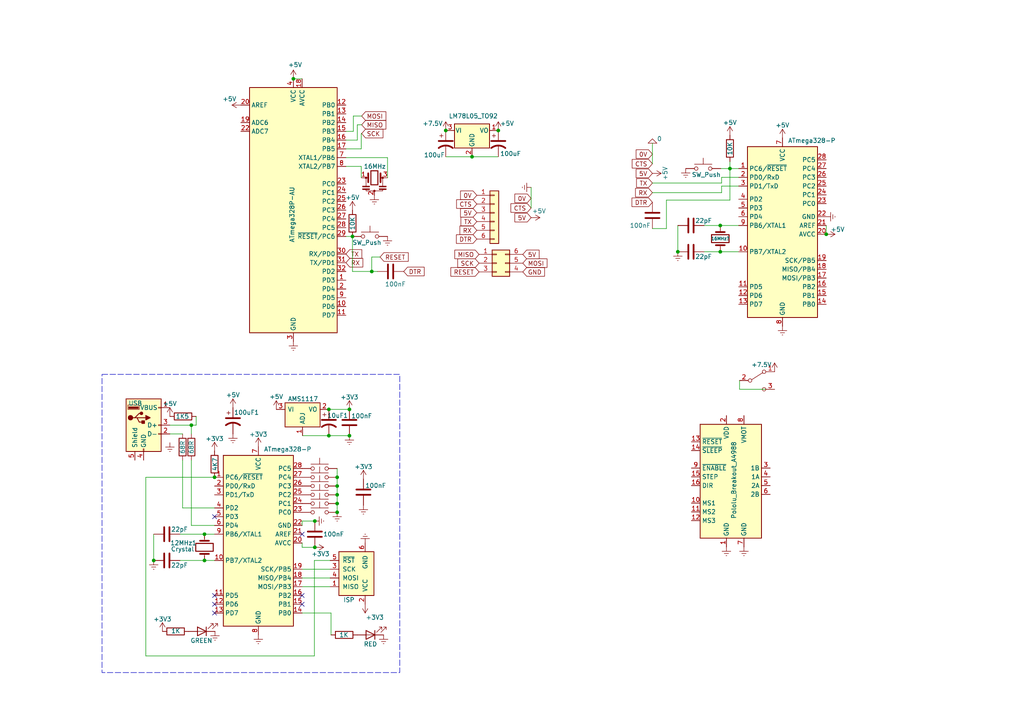
<source format=kicad_sch>
(kicad_sch (version 20231120) (generator "eeschema") (generator_version "8.0")
  (paper "A4")
  (title_block (title "ATMEGA") (date "2023-02-10") (company "Tonikiller10000"))
  (lib_symbols
    (symbol "Connector:AVR-ISP-6" (pin_names (offset 1.016))
      (property "Value" "ISP" (at 12.954 0.635 0))
      (symbol "AVR-ISP-6_0_1"
        (rectangle (start -2.54 7.62) (end 7.62 -5.08) (stroke (width 0.254)) (fill (type background)))
      )
      (symbol "AVR-ISP-6_1_1"
        (pin passive line (at 10.16 5.08 180) (length 2.54) (name "MISO") (number "1"))
        (pin passive line (at 0 10.16 270) (length 2.54) (name "VCC") (number "2"))
        (pin passive line (at 10.16 0 180) (length 2.54) (name "SCK") (number "3"))
        (pin passive line (at 10.16 2.54 180) (length 2.54) (name "MOSI") (number "4"))
        (pin passive line (at 10.16 -2.54 180) (length 2.54) (name "~{RST}") (number "5"))
        (pin passive line (at 0 -7.62 90) (length 2.54) (name "GND") (number "6"))
      )
    )
    (symbol "Connector:USB_A" (pin_names (offset 1.016))
      (property "Reference" "J" (at -5.08 11.43 0))
      (property "Value" "USB_A" (at -5.08 8.89 0))
      (symbol "USB_A_0_1"
        (rectangle (start -5.08 -7.62) (end 5.08 7.62) (stroke (width 0.254)) (fill (type background)))
        (circle (center -3.81 2.159) (radius 0.635) (stroke (width 0.254)) (fill (type outline)))
        (rectangle (start -1.524 4.826) (end -4.318 5.334) (fill (type outline)))
        (rectangle (start -1.27 4.572) (end -4.572 5.842))
        (circle (center -0.635 3.429) (radius 0.381) (stroke (width 0.254)) (fill (type outline)))
        (rectangle (start -0.127 -7.62) (end 0.127 -6.858))
        (polyline (pts (xy -3.175 2.159) (xy -2.54 2.159) (xy -1.27 3.429) (xy -0.635 3.429)) (stroke (width 0.254)))
        (polyline (pts (xy -2.54 2.159) (xy -1.905 2.159) (xy -1.27 0.889) (xy 0 0.889)) (stroke (width 0.254)))
        (polyline (pts (xy 0.635 2.794) (xy 0.635 1.524) (xy 1.905 2.159) (xy 0.635 2.794)) (stroke (width 0.254)) (fill (type outline)))
        (rectangle (start 0.254 1.27) (end -0.508 0.508) (stroke (width 0.254)) (fill (type outline)))
        (rectangle (start 5.08 -2.667) (end 4.318 -2.413))
        (rectangle (start 5.08 -0.127) (end 4.318 0.127))
        (rectangle (start 5.08 4.953) (end 4.318 5.207))
      )
      (symbol "USB_A_1_1"
        (polyline (pts (xy -1.905 2.159) (xy 0.635 2.159)) (stroke (width 0.254)))
        (pin power_in line (at 7.62 5.08 180) (length 2.54) (name "VBUS") (number "1"))
        (pin bidirectional line (at 7.62 -2.54 180) (length 2.54) (name "D-") (number "2"))
        (pin bidirectional line (at 7.62 0 180) (length 2.54) (name "D+") (number "3"))
        (pin power_in line (at 0 -10.16 90) (length 2.54) (name "GND") (number "4"))
        (pin passive line (at -2.54 -10.16 90) (length 2.54) (name "Shield") (number "5"))
      )
    )
    (symbol "Connector_Generic:Conn_02x03_Counter_Clockwise" (pin_names (offset 1.016) hide)
      (property "Reference" "J" (at 1.27 5.08 0))
      (property "Value" "Conn_02x03_Counter_Clockwise" (at 1.27 -5.08 0))
      (symbol "Conn_02x03_Counter_Clockwise_1_1"
        (rectangle (start -1.27 -2.413) (end 0 -2.667) (stroke (width 0.1524)))
        (rectangle (start -1.27 0.127) (end 0 -0.127) (stroke (width 0.1524)))
        (rectangle (start -1.27 2.667) (end 0 2.413) (stroke (width 0.1524)))
        (rectangle (start -1.27 3.81) (end 3.81 -3.81) (stroke (width 0.254)) (fill (type background)))
        (rectangle (start 3.81 -2.413) (end 2.54 -2.667) (stroke (width 0.1524)))
        (rectangle (start 3.81 0.127) (end 2.54 -0.127) (stroke (width 0.1524)))
        (rectangle (start 3.81 2.667) (end 2.54 2.413) (stroke (width 0.1524)))
        (pin passive line (at -5.08 2.54 0) (length 3.81) (name "Pin_1") (number "1"))
        (pin passive line (at -5.08 0 0) (length 3.81) (name "Pin_2") (number "2"))
        (pin passive line (at -5.08 -2.54 0) (length 3.81) (name "Pin_3") (number "3"))
        (pin passive line (at 7.62 -2.54 180) (length 3.81) (name "Pin_4") (number "4"))
        (pin passive line (at 7.62 0 180) (length 3.81) (name "Pin_5") (number "5"))
        (pin passive line (at 7.62 2.54 180) (length 3.81) (name "Pin_6") (number "6"))
      )
    )
    (symbol "Connector_Generic_MountingPin:Conn_01x06_MountingPin" (pin_names (offset 1.016) hide)
      (symbol "Conn_01x06_MountingPin_1_1"
        (rectangle (start -1.27 -7.493) (end 0 -7.747) (stroke (width 0.1524)))
        (rectangle (start -1.27 -4.953) (end 0 -5.207) (stroke (width 0.1524)))
        (rectangle (start -1.27 -2.413) (end 0 -2.667) (stroke (width 0.1524)))
        (rectangle (start -1.27 0.127) (end 0 -0.127) (stroke (width 0.1524)))
        (rectangle (start -1.27 2.667) (end 0 2.413) (stroke (width 0.1524)))
        (rectangle (start -1.27 5.207) (end 0 4.953) (stroke (width 0.1524)))
        (rectangle (start -1.27 6.35) (end 1.27 -8.89) (stroke (width 0.254)) (fill (type background)))
        (pin passive line (at -5.08 5.08 0) (length 3.81) (name "Pin_1") (number "1"))
        (pin passive line (at -5.08 2.54 0) (length 3.81) (name "Pin_2") (number "2"))
        (pin passive line (at -5.08 0 0) (length 3.81) (name "Pin_3") (number "3"))
        (pin passive line (at -5.08 -2.54 0) (length 3.81) (name "Pin_4") (number "4"))
        (pin passive line (at -5.08 -5.08 0) (length 3.81) (name "Pin_5") (number "5"))
        (pin passive line (at -5.08 -7.62 0) (length 3.81) (name "Pin_6") (number "6"))
      )
    )
    (symbol "Device:C" (pin_numbers hide) (pin_names (offset 0.254))
      (property "Reference" "C" (at 0.635 2.54 0))
      (property "Value" "C" (at 0.635 -2.54 0))
      (symbol "C_0_1"
        (polyline (pts (xy -2.032 -0.762) (xy 2.032 -0.762)) (stroke (width 0.508)))
        (polyline (pts (xy -2.032 0.762) (xy 2.032 0.762)) (stroke (width 0.508)))
      )
      (symbol "C_1_1"
        (pin passive line (at 0 3.81 270) (length 2.794) (name "~") (number "1"))
        (pin passive line (at 0 -3.81 90) (length 2.794) (name "~") (number "2"))
      )
    )
    (symbol "Device:C_Polarized_US" (pin_numbers hide) (pin_names (offset 0.254) hide)
      (property "Reference" "C" (at 0.635 2.54 0))
      (property "Value" "C_Polarized_US" (at 0.635 -2.54 0))
      (symbol "C_Polarized_US_0_1"
        (polyline (pts (xy -2.032 0.762) (xy 2.032 0.762)) (stroke (width 0.508)))
        (polyline (pts (xy -1.778 2.286) (xy -0.762 2.286)))
        (polyline (pts (xy -1.27 1.778) (xy -1.27 2.794)))
        (arc (start 2.032 -1.27) (mid 0 -0.5572) (end -2.032 -1.27) (stroke (width 0.508)))
      )
      (symbol "C_Polarized_US_1_1"
        (pin passive line (at 0 3.81 270) (length 2.794) (name "~") (number "1"))
        (pin passive line (at 0 -3.81 90) (length 3.302) (name "~") (number "2"))
      )
    )
    (symbol "Device:Crystal" (pin_numbers hide) (pin_names (offset 1.016) hide)
      (property "Reference" "Y" (at 0 3.81 0))
      (property "Value" "Crystal" (at 0 -3.81 0))
      (symbol "Crystal_0_1"
        (rectangle (start -1.143 2.54) (end 1.143 -2.54) (stroke (width 0.3048)))
        (polyline (pts (xy -2.54 0) (xy -1.905 0)))
        (polyline (pts (xy -1.905 -1.27) (xy -1.905 1.27)) (stroke (width 0.508)))
        (polyline (pts (xy 1.905 -1.27) (xy 1.905 1.27)) (stroke (width 0.508)))
        (polyline (pts (xy 2.54 0) (xy 1.905 0)))
      )
      (symbol "Crystal_1_1"
        (pin passive line (at -3.81 0 0) (length 1.27) (name "1") (number "1"))
        (pin passive line (at 3.81 0 180) (length 1.27) (name "2") (number "2"))
      )
    )
    (symbol "Device:LED" (pin_numbers hide) (pin_names (offset 1.016) hide)
      (property "Reference" "D" (at 0 2.54 0))
      (property "Value" "LED" (at 0 -2.54 0))
      (symbol "LED_0_1"
        (polyline (pts (xy -1.27 -1.27) (xy -1.27 1.27)) (stroke (width 0.254)))
        (polyline (pts (xy -1.27 0) (xy 1.27 0)))
        (polyline (pts (xy 1.27 -1.27) (xy 1.27 1.27) (xy -1.27 0) (xy 1.27 -1.27)) (stroke (width 0.254)))
        (polyline (pts (xy -3.048 -0.762) (xy -4.572 -2.286) (xy -3.81 -2.286) (xy -4.572 -2.286) (xy -4.572 -1.524)))
        (polyline (pts (xy -1.778 -0.762) (xy -3.302 -2.286) (xy -2.54 -2.286) (xy -3.302 -2.286) (xy -3.302 -1.524)))
      )
      (symbol "LED_1_1"
        (pin passive line (at -3.81 0 0) (length 2.54) (name "K") (number "1"))
        (pin passive line (at 3.81 0 180) (length 2.54) (name "A") (number "2"))
      )
    )
    (symbol "Device:R" (pin_numbers hide) (pin_names (offset 0))
      (property "Reference" "R" (at 2.032 0 90))
      (property "Value" "R" (at 0 0 90))
      (symbol "R_0_1"
        (rectangle (start -1.016 -2.54) (end 1.016 2.54) (stroke (width 0.254)))
      )
      (symbol "R_1_1"
        (pin passive line (at 0 3.81 270) (length 1.27) (name "~") (number "1"))
        (pin passive line (at 0 -3.81 90) (length 1.27) (name "~") (number "2"))
      )
    )
    (symbol "Device:Resonator" (pin_names (offset 1.016) hide)
      (property "Reference" "Y" (at 0 5.715 0))
      (property "Value" "Resonator" (at 0 3.81 0))
      (symbol "Resonator_0_1"
        (rectangle (start -3.429 -3.175) (end -1.397 -3.429) (fill (type outline)))
        (rectangle (start -3.429 -2.413) (end -1.397 -2.667) (fill (type outline)))
        (circle (center -2.413 0) (radius 0.254) (fill (type outline)))
        (rectangle (start -1.016 2.032) (end 1.016 -2.032) (stroke (width 0.3048)))
        (circle (center 0 -3.81) (radius 0.254) (fill (type outline)))
        (polyline (pts (xy -2.413 -2.413) (xy -2.413 0)))
        (polyline (pts (xy -1.905 0) (xy -3.175 0)))
        (polyline (pts (xy -1.778 -1.27) (xy -1.778 1.27)) (stroke (width 0.508)))
        (polyline (pts (xy 1.778 -1.27) (xy 1.778 1.27)) (stroke (width 0.508)))
        (polyline (pts (xy 1.905 0) (xy 2.54 0)))
        (polyline (pts (xy 2.413 0) (xy 2.413 -2.54)))
        (polyline (pts (xy 2.413 -3.302) (xy 2.413 -3.81) (xy -2.413 -3.81) (xy -2.413 -3.302)))
        (rectangle (start 1.397 -3.175) (end 3.429 -3.429) (fill (type outline)))
        (rectangle (start 1.397 -2.413) (end 3.429 -2.667) (fill (type outline)))
        (circle (center 2.413 0) (radius 0.254) (fill (type outline)))
      )
      (symbol "Resonator_1_1"
        (pin passive line (at -3.81 0 0) (length 1.27) (name "1") (number "1"))
        (pin passive line (at 0 -5.08 90) (length 1.27) (name "2") (number "2"))
        (pin passive line (at 3.81 0 180) (length 1.27) (name "3") (number "3"))
      )
    )
    (symbol "Driver_Motor:Pololu_Breakout_A4988"
      (property "Reference" "A" (at -2.54 19.05 0))
      (property "Value" "Pololu_Breakout_A4988" (at -2.54 16.51 0))
      (symbol "Pololu_Breakout_A4988_0_1"
        (rectangle (start 10.16 -17.78) (end -7.62 15.24) (stroke (width 0.254)) (fill (type background)))
      )
      (symbol "Pololu_Breakout_A4988_1_1"
        (pin power_in line (at 0 -20.32 90) (length 2.54) (name "GND") (number "1"))
        (pin input line (at -10.16 -7.62 0) (length 2.54) (name "MS1") (number "10"))
        (pin input line (at -10.16 -10.16 0) (length 2.54) (name "MS2") (number "11"))
        (pin input line (at -10.16 -12.7 0) (length 2.54) (name "MS3") (number "12"))
        (pin input line (at -10.16 10.16 0) (length 2.54) (name "~{RESET}") (number "13"))
        (pin input line (at -10.16 7.62 0) (length 2.54) (name "~{SLEEP}") (number "14"))
        (pin input line (at -10.16 0 0) (length 2.54) (name "STEP") (number "15"))
        (pin input line (at -10.16 -2.54 0) (length 2.54) (name "DIR") (number "16"))
        (pin power_in line (at 0 17.78 270) (length 2.54) (name "VDD") (number "2"))
        (pin output line (at 12.7 2.54 180) (length 2.54) (name "1B") (number "3"))
        (pin output line (at 12.7 0 180) (length 2.54) (name "1A") (number "4"))
        (pin output line (at 12.7 -2.54 180) (length 2.54) (name "2A") (number "5"))
        (pin output line (at 12.7 -5.08 180) (length 2.54) (name "2B") (number "6"))
        (pin power_in line (at 5.08 -20.32 90) (length 2.54) (name "GND") (number "7"))
        (pin power_in line (at 5.08 17.78 270) (length 2.54) (name "VMOT") (number "8"))
        (pin input line (at -10.16 2.54 0) (length 2.54) (name "~{ENABLE}") (number "9"))
      )
    )
    (symbol "MCU_Microchip_ATmega:ATmega328-P"
      (property "Value" "ATmega328-P" (at 5.969 37.338 0))
      (symbol "ATmega328-P_0_1"
        (rectangle (start -12.7 35.56) (end 7.62 -13.97) (stroke (width 0.254)) (fill (type background)))
      )
      (symbol "ATmega328-P_1_1"
        (pin bidirectional line (at -15.24 29.21 0) (length 2.54) (name "PC6/~{RESET}") (number "1"))
        (pin bidirectional line (at -15.24 5.08 0) (length 2.54) (name "PB7/XTAL2") (number "10"))
        (pin bidirectional line (at -15.24 -5.08 0) (length 2.54) (name "PD5") (number "11"))
        (pin bidirectional line (at -15.24 -7.62 0) (length 2.54) (name "PD6") (number "12"))
        (pin bidirectional line (at -15.24 -10.16 0) (length 2.54) (name "PD7") (number "13"))
        (pin bidirectional line (at 10.16 -10.16 180) (length 2.54) (name "PB0") (number "14"))
        (pin bidirectional line (at 10.16 -7.62 180) (length 2.54) (name "PB1") (number "15"))
        (pin bidirectional line (at 10.16 -5.08 180) (length 2.54) (name "PB2") (number "16"))
        (pin bidirectional line (at 10.16 -2.54 180) (length 2.54) (name "MOSI/PB3") (number "17"))
        (pin bidirectional line (at 10.16 0 180) (length 2.54) (name "MISO/PB4") (number "18"))
        (pin bidirectional line (at 10.16 2.54 180) (length 2.54) (name "SCK/PB5") (number "19"))
        (pin bidirectional line (at -15.24 26.67 0) (length 2.54) (name "PD0/RxD") (number "2"))
        (pin power_in line (at 10.16 10.16 180) (length 2.54) (name "AVCC") (number "20"))
        (pin passive line (at 10.16 12.7 180) (length 2.54) (name "AREF") (number "21"))
        (pin passive line (at 10.16 15.24 180) (length 2.54) (name "GND") (number "22"))
        (pin bidirectional line (at 10.16 19.05 180) (length 2.54) (name "PC0") (number "23"))
        (pin bidirectional line (at 10.16 21.59 180) (length 2.54) (name "PC1") (number "24"))
        (pin bidirectional line (at 10.16 24.13 180) (length 2.54) (name "PC2") (number "25"))
        (pin bidirectional line (at 10.16 26.67 180) (length 2.54) (name "PC3") (number "26"))
        (pin bidirectional line (at 10.16 29.21 180) (length 2.54) (name "PC4") (number "27"))
        (pin bidirectional line (at 10.16 31.75 180) (length 2.54) (name "PC5") (number "28"))
        (pin bidirectional line (at -15.24 24.13 0) (length 2.54) (name "PD1/TxD") (number "3"))
        (pin bidirectional line (at -15.24 20.32 0) (length 2.54) (name "PD2") (number "4"))
        (pin bidirectional line (at -15.24 17.78 0) (length 2.54) (name "PD3") (number "5"))
        (pin bidirectional line (at -15.24 15.24 0) (length 2.54) (name "PD4") (number "6"))
        (pin power_in line (at -2.54 38.1 270) (length 2.54) (name "VCC") (number "7"))
        (pin power_in line (at -2.54 -16.51 90) (length 2.54) (name "GND") (number "8"))
        (pin bidirectional line (at -15.24 12.7 0) (length 2.54) (name "PB6/XTAL1") (number "9"))
      )
    )
    (symbol "MCU_Microchip_ATmega:ATmega328P-A"
      (property "Value" "ATmega328P-AU " (at -0.381 -9.398 90))
      (symbol "ATmega328P-A_0_1"
        (rectangle (start -12.7 -35.56) (end 12.7 35.56) (stroke (width 0.254)) (fill (type background)))
      )
      (symbol "ATmega328P-A_1_1"
        (pin bidirectional line (at 15.24 -20.32 180) (length 2.54) (name "PD3") (number "1"))
        (pin bidirectional line (at 15.24 -27.94 180) (length 2.54) (name "PD6") (number "10"))
        (pin bidirectional line (at 15.24 -30.48 180) (length 2.54) (name "PD7") (number "11"))
        (pin bidirectional line (at 15.24 30.48 180) (length 2.54) (name "PB0") (number "12"))
        (pin bidirectional line (at 15.24 27.94 180) (length 2.54) (name "PB1") (number "13"))
        (pin bidirectional line (at 15.24 25.4 180) (length 2.54) (name "PB2") (number "14"))
        (pin bidirectional line (at 15.24 22.86 180) (length 2.54) (name "PB3") (number "15"))
        (pin bidirectional line (at 15.24 20.32 180) (length 2.54) (name "PB4") (number "16"))
        (pin bidirectional line (at 15.24 17.78 180) (length 2.54) (name "PB5") (number "17"))
        (pin power_in line (at 2.54 38.1 270) (length 2.54) (name "AVCC") (number "18"))
        (pin input line (at -15.24 25.4 0) (length 2.54) (name "ADC6") (number "19"))
        (pin bidirectional line (at 15.24 -22.86 180) (length 2.54) (name "PD4") (number "2"))
        (pin passive line (at -15.24 30.48 0) (length 2.54) (name "AREF") (number "20"))
        (pin passive line (at 0 -38.1 90) (length 2.54) hide (name "GND") (number "21"))
        (pin input line (at -15.24 22.86 0) (length 2.54) (name "ADC7") (number "22"))
        (pin bidirectional line (at 15.24 7.62 180) (length 2.54) (name "PC0") (number "23"))
        (pin bidirectional line (at 15.24 5.08 180) (length 2.54) (name "PC1") (number "24"))
        (pin bidirectional line (at 15.24 2.54 180) (length 2.54) (name "PC2") (number "25"))
        (pin bidirectional line (at 15.24 0 180) (length 2.54) (name "PC3") (number "26"))
        (pin bidirectional line (at 15.24 -2.54 180) (length 2.54) (name "PC4") (number "27"))
        (pin bidirectional line (at 15.24 -5.08 180) (length 2.54) (name "PC5") (number "28"))
        (pin bidirectional line (at 15.24 -7.62 180) (length 2.54) (name "~{RESET}/PC6") (number "29"))
        (pin power_in line (at 0 -38.1 90) (length 2.54) (name "GND") (number "3"))
        (pin bidirectional line (at 15.24 -12.7 180) (length 2.54) (name "RX/PD0") (number "30"))
        (pin bidirectional line (at 15.24 -15.24 180) (length 2.54) (name "TX/PD1") (number "31"))
        (pin bidirectional line (at 15.24 -17.78 180) (length 2.54) (name "PD2") (number "32"))
        (pin power_in line (at 0 38.1 270) (length 2.54) (name "VCC") (number "4"))
        (pin passive line (at 0 -38.1 90) (length 2.54) hide (name "GND") (number "5"))
        (pin passive line (at 0 38.1 270) (length 2.54) hide (name "VCC") (number "6"))
        (pin bidirectional line (at 15.24 15.24 180) (length 2.54) (name "XTAL1/PB6") (number "7"))
        (pin bidirectional line (at 15.24 12.7 180) (length 2.54) (name "XTAL2/PB7") (number "8"))
        (pin bidirectional line (at 15.24 -25.4 180) (length 2.54) (name "PD5") (number "9"))
      )
    )
    (symbol "Regulator_Linear:AMS1117" (pin_names (offset 0.762))
      (property "Reference" "U" (at -3.81 3.175 0))
      (property "Value" "AMS1117" (at 0 3.175 0))
      (symbol "AMS1117_0_1"
        (rectangle (start -5.08 -5.08) (end 5.08 1.905) (stroke (width 0.254)) (fill (type background)))
      )
      (symbol "AMS1117_1_1"
        (pin input line (at 0 -7.62 90) (length 2.54) (name "ADJ") (number "1"))
        (pin power_out line (at 7.62 0 180) (length 2.54) (name "VO") (number "2"))
        (pin power_in line (at -7.62 0 0) (length 2.54) (name "VI") (number "3"))
      )
    )
    (symbol "Regulator_Linear:LM78L05_TO92" (pin_names (offset 0.254))
      (property "Reference" "U" (at -3.81 3.175 0))
      (property "Value" "LM78L05_TO92" (at 0 3.175 0))
      (symbol "LM78L05_TO92_0_1"
        (rectangle (start -5.08 -5.08) (end 5.08 1.905) (stroke (width 0.254)) (fill (type background)))
      )
      (symbol "LM78L05_TO92_1_1"
        (pin power_out line (at 7.62 0 180) (length 2.54) (name "VO") (number "1"))
        (pin power_in line (at 0 -7.62 90) (length 2.54) (name "GND") (number "2"))
        (pin power_in line (at -7.62 0 0) (length 2.54) (name "VI") (number "3"))
      )
    )
    (symbol "Switch:SW_DPDT_x2" (pin_names (offset 0) hide)
      (property "Reference" "SW" (at 0 4.318 0))
      (property "Value" "SW_DPDT_x2" (at 0 -5.08 0))
      (symbol "SW_DPDT_x2_0_0"
        (circle (center -2.032 0) (radius 0.508))
        (circle (center 2.032 -2.54) (radius 0.508))
      )
      (symbol "SW_DPDT_x2_0_1"
        (polyline (pts (xy -1.524 0.254) (xy 1.651 2.286)))
        (circle (center 2.032 2.54) (radius 0.508))
      )
      (symbol "SW_DPDT_x2_1_1"
        (pin passive line (at 5.08 2.54 180) (length 2.54) (name "A") (number "1"))
        (pin passive line (at -5.08 0 0) (length 2.54) (name "B") (number "2"))
        (pin passive line (at 5.08 -2.54 180) (length 2.54) (name "C") (number "3"))
      )
      (symbol "SW_DPDT_x2_2_1"
        (pin passive line (at 5.08 2.54 180) (length 2.54) (name "A") (number "4"))
        (pin passive line (at -5.08 0 0) (length 2.54) (name "B") (number "5"))
        (pin passive line (at 5.08 -2.54 180) (length 2.54) (name "C") (number "6"))
      )
    )
    (symbol "Switch:SW_Push" (pin_numbers hide) (pin_names (offset 1.016) hide)
      (property "Reference" "SW" (at 1.27 2.54 0))
      (property "Value" "SW_Push" (at 0 -1.524 0))
      (symbol "SW_Push_0_1"
        (circle (center -2.032 0) (radius 0.508))
        (polyline (pts (xy 0 1.27) (xy 0 3.048)))
        (polyline (pts (xy 2.54 1.27) (xy -2.54 1.27)))
        (circle (center 2.032 0) (radius 0.508))
        (pin passive line (at -5.08 0 0) (length 2.54) (name "1") (number "1"))
        (pin passive line (at 5.08 0 180) (length 2.54) (name "2") (number "2"))
      )
    )
    (symbol "power:+3.3V" (power) (pin_names (offset 0))
      (property "Value" "+3.3V" (at 0 3.556 0))
      (symbol "+3.3V_0_1"
        (polyline (pts (xy -0.762 1.27) (xy 0 2.54)))
        (polyline (pts (xy 0 0) (xy 0 2.54)))
        (polyline (pts (xy 0 2.54) (xy 0.762 1.27)))
      )
      (symbol "+3.3V_1_1"
        (pin power_in line (at 0 0 90) (length 0) hide (name "+3V3") (number "1"))
      )
    )
    (symbol "power:+5V" (power) (pin_names (offset 0))
      (property "Value" "+5V" (at 0 3.556 0))
      (symbol "+5V_0_1"
        (polyline (pts (xy -0.762 1.27) (xy 0 2.54)))
        (polyline (pts (xy 0 0) (xy 0 2.54)))
        (polyline (pts (xy 0 2.54) (xy 0.762 1.27)))
      )
      (symbol "+5V_1_1"
        (pin power_in line (at 0 0 90) (length 0) hide (name "+5V") (number "1"))
      )
    )
    (symbol "power:+7.5V" (power) (pin_names (offset 0))
      (property "Value" "+7.5V" (at 0 3.556 0))
      (symbol "+7.5V_0_1"
        (polyline (pts (xy -0.762 1.27) (xy 0 2.54)))
        (polyline (pts (xy 0 0) (xy 0 2.54)))
        (polyline (pts (xy 0 2.54) (xy 0.762 1.27)))
      )
      (symbol "+7.5V_1_1"
        (pin power_in line (at 0 0 90) (length 0) hide (name "+7.5V") (number "1"))
      )
    )
    (symbol "power:Earth" (power) (pin_names (offset 0))
      (symbol "Earth_0_1"
        (polyline (pts (xy -0.635 -1.905) (xy 0.635 -1.905)))
        (polyline (pts (xy -0.127 -2.54) (xy 0.127 -2.54)))
        (polyline (pts (xy 0 -1.27) (xy 0 0)))
        (polyline (pts (xy 1.27 -1.27) (xy -1.27 -1.27)))
      )
      (symbol "Earth_1_1"
        (pin power_in line (at 0 0 270) (length 0) hide (name "Earth") (number "1"))
      )
    )
    (symbol "power:GNDREF" (power) (pin_names (offset 0))
      (property "Value" "GNDREF" (at 0 -3.81 0))
      (symbol "GNDREF_0_1"
        (polyline (pts (xy -0.635 -1.905) (xy 0.635 -1.905)))
        (polyline (pts (xy -0.127 -2.54) (xy 0.127 -2.54)))
        (polyline (pts (xy 0 -1.27) (xy 0 0)))
        (polyline (pts (xy 1.27 -1.27) (xy -1.27 -1.27)))
      )
      (symbol "GNDREF_1_1"
        (pin power_in line (at 0 0 270) (length 0) hide (name "GNDREF") (number "1"))
      )
    )
    (symbol "pspice:0" (power) (pin_names (offset 0))
      (property "Value" "0" (at 0 -1.778 0))
      (symbol "0_0_1"
        (polyline (pts (xy -1.27 0) (xy 0 -1.27) (xy 1.27 0) (xy -1.27 0)))
      )
      (symbol "0_1_1"
        (pin power_in line (at 0 0 0) (length 0) hide (name "0") (number "1"))
      )
    )
  )
  (junction (at 97.79 143.51))
  (junction (at 196.596 73.025))
  (junction (at 62.23 138.43))
  (junction (at 129.286 37.846))
  (junction (at 101.346 118.745))
  (junction (at 95.377 118.745))
  (junction (at 136.906 45.466))
  (junction (at 101.346 126.365))
  (junction (at 208.915 65.405))
  (junction (at 208.915 73.025))
  (junction (at 95.377 126.365))
  (junction (at 97.79 138.43))
  (junction (at 91.313 158.75))
  (junction (at 239.649 67.945))
  (junction (at 91.313 151.13))
  (junction (at 55.499 123.317))
  (junction (at 211.709 48.895))
  (junction (at 97.79 140.97))
  (junction (at 144.526 37.846))
  (junction (at 44.577 162.56))
  (junction (at 97.79 148.59))
  (junction (at 59.309 162.56))
  (junction (at 85.09 22.86))
  (junction (at 107.823 78.74))
  (junction (at 102.235 68.58))
  (junction (at 59.309 154.94))
  (junction (at 97.79 146.05))
  (no_connect (at 62.23 172.72))
  (no_connect (at 87.63 154.94))
  (no_connect (at 87.63 175.26))
  (no_connect (at 87.63 172.72))
  (no_connect (at 62.23 177.8))
  (no_connect (at 62.23 149.86))
  (no_connect (at 62.23 175.26))
  (wire (pts (xy 104.775 43.18) (xy 100.33 43.18)))
  (wire (pts (xy 204.216 73.025) (xy 208.915 73.025)))
  (wire (pts (xy 52.959 133.477) (xy 52.959 147.32)))
  (wire (pts (xy 100.33 48.26) (xy 104.775 48.26)))
  (wire (pts (xy 239.649 65.405) (xy 239.649 67.945)))
  (wire (pts (xy 112.395 45.72) (xy 100.33 45.72)))
  (wire (pts (xy 196.596 65.405) (xy 196.596 73.025)))
  (wire (pts (xy 87.63 158.75) (xy 91.313 158.75)))
  (wire (pts (xy 52.197 162.56) (xy 59.309 162.56)))
  (wire (pts (xy 193.294 58.039) (xy 211.709 58.039)))
  (wire (pts (xy 87.757 126.365) (xy 95.377 126.365)))
  (wire (pts (xy 189.23 41.529) (xy 189.23 47.498)))
  (wire (pts (xy 104.775 38.735) (xy 104.775 43.18)))
  (wire (pts (xy 59.309 154.94) (xy 62.23 154.94)))
  (wire (pts (xy 102.489 38.1) (xy 100.33 38.1)))
  (wire (pts (xy 214.249 53.975) (xy 209.296 53.975)))
  (wire (pts (xy 107.823 78.74) (xy 102.235 78.74)))
  (wire (pts (xy 129.286 45.466) (xy 136.906 45.466)))
  (wire (pts (xy 95.377 126.365) (xy 101.346 126.365)))
  (wire (pts (xy 104.902 33.655) (xy 102.489 33.655)))
  (wire (pts (xy 95.758 170.18) (xy 87.63 170.18)))
  (wire (pts (xy 95.758 165.1) (xy 87.63 165.1)))
  (wire (pts (xy 44.577 154.94) (xy 44.577 162.56)))
  (wire (pts (xy 112.395 51.562) (xy 112.395 45.72)))
  (wire (pts (xy 62.23 147.32) (xy 52.959 147.32)))
  (wire (pts (xy 204.216 65.405) (xy 208.915 65.405)))
  (wire (pts (xy 97.79 143.51) (xy 97.79 146.05)))
  (wire (pts (xy 209.296 51.435) (xy 214.249 51.435)))
  (wire (pts (xy 211.709 58.039) (xy 211.709 48.895)))
  (wire (pts (xy 49.276 125.857) (xy 52.959 125.857)))
  (wire (pts (xy 97.79 146.05) (xy 97.79 148.59)))
  (wire (pts (xy 103.632 40.64) (xy 103.632 36.195)))
  (wire (pts (xy 100.33 68.58) (xy 102.235 68.58)))
  (wire (pts (xy 42.291 138.43) (xy 42.291 190.246)))
  (wire (pts (xy 97.79 135.89) (xy 97.79 138.43)))
  (wire (pts (xy 56.896 123.317) (xy 55.499 123.317)))
  (wire (pts (xy 211.709 48.895) (xy 214.249 48.895)))
  (wire (pts (xy 103.632 36.195) (xy 104.902 36.195)))
  (wire (pts (xy 87.63 158.75) (xy 87.63 157.48)))
  (wire (pts (xy 107.823 74.549) (xy 107.823 78.74)))
  (wire (pts (xy 96.012 184.15) (xy 96.012 177.8)))
  (wire (pts (xy 214.503 112.903) (xy 214.503 110.363)))
  (wire (pts (xy 100.33 40.64) (xy 103.632 40.64)))
  (wire (pts (xy 209.296 53.086) (xy 209.296 51.435)))
  (wire (pts (xy 87.63 151.13) (xy 87.63 152.4)))
  (wire (pts (xy 208.915 73.025) (xy 214.249 73.025)))
  (wire (pts (xy 189.23 66.294) (xy 193.294 66.294)))
  (wire (pts (xy 104.775 48.26) (xy 104.775 51.562)))
  (wire (pts (xy 136.906 45.466) (xy 144.526 45.466)))
  (wire (pts (xy 55.499 133.477) (xy 55.499 152.4)))
  (wire (pts (xy 154.051 54.356) (xy 154.051 60.325)))
  (wire (pts (xy 91.186 190.246) (xy 42.291 190.246)))
  (wire (pts (xy 209.296 55.88) (xy 189.23 55.88)))
  (wire (pts (xy 189.23 53.086) (xy 209.296 53.086)))
  (wire (pts (xy 95.377 118.745) (xy 101.346 118.745)))
  (wire (pts (xy 96.012 177.8) (xy 87.63 177.8)))
  (wire (pts (xy 95.758 162.56) (xy 91.186 162.56)))
  (wire (pts (xy 55.499 152.4) (xy 62.23 152.4)))
  (wire (pts (xy 56.896 120.777) (xy 56.896 123.317)))
  (wire (pts (xy 102.489 33.655) (xy 102.489 38.1)))
  (wire (pts (xy 211.709 46.863) (xy 211.709 48.895)))
  (wire (pts (xy 109.474 78.74) (xy 107.823 78.74)))
  (wire (pts (xy 102.235 78.74) (xy 102.235 68.58)))
  (wire (pts (xy 208.915 65.405) (xy 214.249 65.405)))
  (wire (pts (xy 95.758 167.64) (xy 87.63 167.64)))
  (wire (pts (xy 97.79 140.97) (xy 97.79 143.51)))
  (wire (pts (xy 97.79 138.43) (xy 97.79 140.97)))
  (wire (pts (xy 104.902 38.735) (xy 104.775 38.735)))
  (wire (pts (xy 49.276 123.317) (xy 55.499 123.317)))
  (wire (pts (xy 42.291 138.43) (xy 62.23 138.43)))
  (wire (pts (xy 52.197 154.94) (xy 59.309 154.94)))
  (wire (pts (xy 55.499 123.317) (xy 55.499 125.857)))
  (wire (pts (xy 85.09 22.86) (xy 87.63 22.86)))
  (wire (pts (xy 59.309 162.56) (xy 62.23 162.56)))
  (wire (pts (xy 224.663 112.903) (xy 214.503 112.903)))
  (wire (pts (xy 110.236 74.549) (xy 107.823 74.549)))
  (wire (pts (xy 209.042 48.895) (xy 211.709 48.895)))
  (wire (pts (xy 209.296 53.975) (xy 209.296 55.88)))
  (wire (pts (xy 87.63 151.13) (xy 91.313 151.13)))
  (wire (pts (xy 91.186 162.56) (xy 91.186 190.246)))
  (wire (pts (xy 193.294 66.294) (xy 193.294 58.039)))
  (rectangle (start 29.591 108.585) (end 115.951 195.072) (stroke (width 0) (type dash)))
  (global_label "DTR" (shape input) (at 117.094 78.74 0) (property "Intersheetrefs" "${INTERSHEET_REFS}" (effects (hide yes))))
  (global_label "5V" (shape input) (at 138.303 61.722 180) (property "Intersheetrefs" "${INTERSHEET_REFS}" (effects (hide yes))))
  (global_label "RX" (shape input) (at 138.303 66.802 180) (property "Intersheetrefs" "${INTERSHEET_REFS}" (effects (hide yes))))
  (global_label "SCK" (shape input) (at 104.902 38.735 0) (property "Intersheetrefs" "${INTERSHEET_REFS}" (effects (hide yes))))
  (global_label "GND" (shape input) (at 151.638 78.867 0) (property "Intersheetrefs" "${INTERSHEET_REFS}" (effects (hide yes))))
  (global_label "MISO" (shape input) (at 104.902 36.195 0) (property "Intersheetrefs" "${INTERSHEET_REFS}" (effects (hide yes))))
  (global_label "RESET" (shape input) (at 138.938 78.867 180) (property "Intersheetrefs" "${INTERSHEET_REFS}" (effects (hide yes))))
  (global_label "0V" (shape input) (at 189.23 44.704 180) (property "Intersheetrefs" "${INTERSHEET_REFS}" (effects (hide yes))))
  (global_label "CTS" (shape input) (at 189.23 47.498 180) (property "Intersheetrefs" "${INTERSHEET_REFS}" (effects (hide yes))))
  (global_label "TX" (shape input) (at 138.303 64.262 180) (property "Intersheetrefs" "${INTERSHEET_REFS}" (effects (hide yes))))
  (global_label "TX" (shape input) (at 189.23 53.086 180) (property "Intersheetrefs" "${INTERSHEET_REFS}" (effects (hide yes))))
  (global_label "MOSI" (shape input) (at 104.902 33.655 0) (property "Intersheetrefs" "${INTERSHEET_REFS}" (effects (hide yes))))
  (global_label "5V" (shape input) (at 154.051 63.119 180) (property "Intersheetrefs" "${INTERSHEET_REFS}" (effects (hide yes))))
  (global_label "CTS" (shape input) (at 138.303 59.182 180) (property "Intersheetrefs" "${INTERSHEET_REFS}" (effects (hide yes))))
  (global_label "5V" (shape input) (at 189.23 50.292 180) (property "Intersheetrefs" "${INTERSHEET_REFS}" (effects (hide yes))))
  (global_label "0V" (shape input) (at 154.051 57.531 180) (property "Intersheetrefs" "${INTERSHEET_REFS}" (effects (hide yes))))
  (global_label "TX" (shape input) (at 100.33 73.66 0) (property "Intersheetrefs" "${INTERSHEET_REFS}" (effects (hide yes))))
  (global_label "5V" (shape input) (at 151.638 73.787 0) (property "Intersheetrefs" "${INTERSHEET_REFS}" (effects (hide yes))))
  (global_label "RX" (shape input) (at 189.23 55.88 180) (property "Intersheetrefs" "${INTERSHEET_REFS}" (effects (hide yes))))
  (global_label "0V" (shape input) (at 138.303 56.642 180) (property "Intersheetrefs" "${INTERSHEET_REFS}" (effects (hide yes))))
  (global_label "SCK" (shape input) (at 138.938 76.327 180) (property "Intersheetrefs" "${INTERSHEET_REFS}" (effects (hide yes))))
  (global_label "DTR" (shape input) (at 138.303 69.342 180) (property "Intersheetrefs" "${INTERSHEET_REFS}" (effects (hide yes))))
  (global_label "MOSI" (shape input) (at 151.638 76.327 0) (property "Intersheetrefs" "${INTERSHEET_REFS}" (effects (hide yes))))
  (global_label "MISO" (shape input) (at 138.938 73.787 180) (property "Intersheetrefs" "${INTERSHEET_REFS}" (effects (hide yes))))
  (global_label "DTR" (shape input) (at 189.23 58.674 180) (property "Intersheetrefs" "${INTERSHEET_REFS}" (effects (hide yes))))
  (global_label "RX" (shape input) (at 100.33 76.2 0) (property "Intersheetrefs" "${INTERSHEET_REFS}" (effects (hide yes))))
  (global_label "CTS" (shape input) (at 154.051 60.325 180) (property "Intersheetrefs" "${INTERSHEET_REFS}" (effects (hide yes))))
  (global_label "RESET" (shape input) (at 110.236 74.549 0) (property "Intersheetrefs" "${INTERSHEET_REFS}" (effects (hide yes))))
  (symbol (lib_id "Device:Crystal") (at 208.915 69.215 90) (unit 1)
    (property "Reference" "16MHz?" (at 208.915 69.215 90) (effects (font (size 0.9 0.9))))
    (property "Value" "Crystal" (effects (hide yes)))
  )
  (symbol (lib_id "power:+7.5V") (at 224.663 107.823 0) (unit 1)
    (property "Reference" "#PWR?" (effects (hide yes)))
    (property "Value" "+7.5V" (at 220.853 105.791 0))
  )
  (symbol (lib_id "Device:C") (at 105.41 142.748 180) (unit 1)
    (property "Reference" "C5" (effects (hide yes)))
    (property "Value" "100nF" (at 112.014 140.843 0) (effects (justify left)))
  )
  (symbol (lib_id "power:GNDREF") (at 215.773 158.623 0) (unit 1)
    (property "Reference" "#PWR?" (effects (hide yes)))
    (property "Value" "GNDREF" (effects (hide yes)))
  )
  (symbol (lib_id "Device:R") (at 53.086 120.777 90) (unit 1)
    (property "Reference" "R3" (effects (hide yes)))
    (property "Value" "1K5" (at 54.864 120.777 90) (effects (justify left)))
  )
  (symbol (lib_id "power:Earth") (at 105.918 157.48 180) (unit 1)
    (property "Reference" "#PWR018" (effects (hide yes)))
    (property "Value" "Earth" (effects (hide yes)))
  )
  (symbol (lib_id "Device:C_Polarized_US") (at 129.286 41.656 0) (unit 1)
    (property "Reference" "C?" (effects (hide yes)))
    (property "Value" "100uF" (at 125.984 44.958 0))
  )
  (symbol (lib_id "Switch:SW_Push") (at 203.962 48.895 0) (unit 1)
    (property "Reference" "SW?" (effects (hide yes)))
    (property "Value" "SW_Push" (at 204.851 50.673 0))
  )
  (symbol (lib_id "Device:R") (at 99.822 184.15 90) (unit 1)
    (property "Reference" "R6" (effects (hide yes)))
    (property "Value" "1K" (at 101.092 184.15 90) (effects (justify left)))
  )
  (symbol (lib_id "power:+3.3V") (at 101.346 118.745 0) (unit 1)
    (property "Reference" "#PWR014" (effects (hide yes)))
    (property "Value" "+3V3" (at 101.346 115.189 0))
  )
  (symbol (lib_id "power:+5V") (at 211.709 39.243 0) (mirror y) (unit 1)
    (property "Reference" "#PWR?" (effects (hide yes)))
    (property "Value" "+5V" (at 211.709 35.56 0))
  )
  (symbol (lib_id "power:+5V") (at 69.85 30.48 90) (unit 1)
    (property "Reference" "#PWR?" (effects (hide yes)))
    (property "Value" "+5V" (at 66.548 28.702 90))
  )
  (symbol (lib_id "Device:Resonator") (at 108.585 51.562 0) (unit 1)
    (property "Reference" "Y?" (effects (hide yes)))
    (property "Value" "16MHz" (at 108.712 48.26 0))
  )
  (symbol (lib_id "power:Earth") (at 198.882 48.895 0) (unit 1)
    (property "Reference" "#PWR?" (effects (hide yes)))
    (property "Value" "Earth" (effects (hide yes)))
  )
  (symbol (lib_id "power:+3.3V") (at 62.23 130.81 0) (unit 1)
    (property "Reference" "#PWR05" (effects (hide yes)))
    (property "Value" "+3V3" (at 62.23 127.254 0))
  )
  (symbol (lib_id "power:+5V") (at 144.526 37.846 0) (mirror y) (unit 1)
    (property "Reference" "#PWR?" (effects (hide yes)))
    (property "Value" "+5V" (at 147.066 35.814 0))
  )
  (symbol (lib_id "power:+5V") (at 102.235 60.96 0) (mirror y) (unit 1)
    (property "Reference" "#PWR?" (effects (hide yes)))
    (property "Value" "+5V" (at 102.235 57.277 0))
  )
  (symbol (lib_id "Device:R") (at 62.23 134.62 180) (unit 1)
    (property "Reference" "R5" (effects (hide yes)))
    (property "Value" "4K7" (at 62.357 132.715 90) (effects (justify left)))
  )
  (symbol (lib_id "Regulator_Linear:LM78L05_TO92") (at 136.906 37.846 0) (unit 1)
    (property "Reference" "U?" (effects (hide yes)))
    (property "Value" "LM78L05_TO92" (at 137.287 33.655 0))
    (property "Footprint" "Package_TO_SOT_THT:TO-92_Inline" (effects (hide yes)))
    (property "Datasheet" "https://www.onsemi.com/pub/Collateral/MC78L06A-D.pdf" (effects (hide yes)))
  )
  (symbol (lib_id "Device:C") (at 48.387 154.94 90) (unit 1)
    (property "Reference" "C1" (effects (hide yes)))
    (property "Value" "22pF" (at 54.483 153.543 90) (effects (justify left)))
  )
  (symbol (lib_id "MCU_Microchip_ATmega:ATmega328P-A") (at 85.09 60.96 0) (unit 1)
    (property "Reference" "U?" (effects (hide yes)))
    (property "Value" "ATmega328P-AU " (at 84.709 70.358 90) (effects (justify left)))
    (property "Footprint" "Package_QFP:TQFP-32_7x7mm_P0.8mm" (effects (hide yes)))
    (property "Datasheet" "http://ww1.microchip.com/downloads/en/DeviceDoc/ATmega328_P%20AVR%20MCU%20with%20picoPower%20Technology%20Data%20Sheet%2040001984A.pdf" (effects (hide yes)))
  )
  (symbol (lib_id "power:Earth") (at 97.79 148.59 0) (unit 1)
    (property "Reference" "#PWR013" (effects (hide yes)))
    (property "Value" "Earth" (effects (hide yes)))
  )
  (symbol (lib_id "Device:LED") (at 58.547 183.134 180) (unit 1)
    (property "Reference" "D1" (effects (hide yes)))
    (property "Value" "GREEN" (at 58.42 185.801 0))
  )
  (symbol (lib_id "power:+5V") (at 80.137 118.745 0) (unit 1)
    (property "Reference" "#PWR011" (effects (hide yes)))
    (property "Value" "+5V" (at 80.137 115.062 0))
  )
  (symbol (lib_id "Connector_Generic:Conn_02x03_Counter_Clockwise") (at 144.018 76.327 0) (unit 1)
    (property "Reference" "J?" (effects (hide yes)))
    (property "Value" "Conn_02x03_Counter_Clockwise" (effects (hide yes)))
  )
  (symbol (lib_id "power:+5V") (at 226.949 40.005 0) (mirror y) (unit 1)
    (property "Reference" "#PWR?" (effects (hide yes)))
    (property "Value" "+5V" (at 226.949 36.322 0))
  )
  (symbol (lib_id "Driver_Motor:Pololu_Breakout_A4988") (at 210.693 138.303 0) (unit 1)
    (property "Reference" "A?" (effects (hide yes)))
    (property "Value" "Pololu_Breakout_A4988" (at 212.852 150.495 90) (effects (justify left)))
    (property "Footprint" "Module:Pololu_Breakout-16_15.2x20.3mm" (effects (hide yes)))
    (property "Datasheet" "https://www.pololu.com/product/2980/pictures" (effects (hide yes)))
  )
  (symbol (lib_id "Device:C") (at 189.23 62.484 180) (unit 1)
    (property "Reference" "C?" (effects (hide yes)))
    (property "Value" "100nF" (at 188.722 65.405 0) (effects (justify left)))
  )
  (symbol (lib_id "power:Earth") (at 112.395 68.58 0) (mirror y) (unit 1)
    (property "Reference" "#PWR?" (effects (hide yes)))
    (property "Value" "Earth" (effects (hide yes)))
  )
  (symbol (lib_id "power:+5V") (at 49.276 120.777 0) (unit 1)
    (property "Reference" "#PWR03" (effects (hide yes)))
    (property "Value" "+5V" (at 49.276 117.094 0))
  )
  (symbol (lib_id "power:GNDREF") (at 210.693 158.623 0) (unit 1)
    (property "Reference" "#PWR?" (effects (hide yes)))
    (property "Value" "GNDREF" (effects (hide yes)))
  )
  (symbol (lib_id "Switch:SW_Push") (at 92.71 143.51 0) (unit 1)
    (property "Reference" "SW4" (effects (hide yes)))
    (property "Value" "SW_Push" (effects (hide yes)))
  )
  (symbol (lib_id "power:Earth") (at 74.93 184.15 0) (unit 1)
    (property "Reference" "#PWR010" (effects (hide yes)))
    (property "Value" "Earth" (effects (hide yes)))
  )
  (symbol (lib_id "power:Earth") (at 67.564 125.857 0) (mirror y) (unit 1)
    (property "Reference" "#PWR08" (effects (hide yes)))
    (property "Value" "Earth" (effects (hide yes)))
  )
  (symbol (lib_id "Device:C_Polarized_US") (at 144.526 41.656 0) (unit 1)
    (property "Reference" "C?" (effects (hide yes)))
    (property "Value" "100uF" (at 148.082 44.577 0))
  )
  (symbol (lib_id "power:Earth") (at 196.596 73.025 0) (mirror y) (unit 1)
    (property "Reference" "#PWR?" (effects (hide yes)))
    (property "Value" "Earth" (effects (hide yes)))
  )
  (symbol (lib_id "Regulator_Linear:AMS1117") (at 87.757 118.745 0) (unit 1)
    (property "Reference" "U2" (effects (hide yes)))
    (property "Value" "AMS1117" (at 87.884 115.697 0))
    (property "Footprint" "Package_TO_SOT_SMD:SOT-223-3_TabPin2" (effects (hide yes)))
    (property "Datasheet" "http://www.advanced-monolithic.com/pdf/ds1117.pdf" (effects (hide yes)))
  )
  (symbol (lib_id "power:+3.3V") (at 74.93 129.54 0) (unit 1)
    (property "Reference" "#PWR09" (effects (hide yes)))
    (property "Value" "+3V3" (at 74.93 125.984 0))
  )
  (symbol (lib_id "power:Earth") (at 226.949 94.615 0) (unit 1)
    (property "Reference" "#PWR?" (effects (hide yes)))
    (property "Value" "Earth" (effects (hide yes)))
  )
  (symbol (lib_id "Device:R") (at 211.709 43.053 180) (unit 1)
    (property "Reference" "R?" (effects (hide yes)))
    (property "Value" "10K" (at 211.709 41.148 90) (effects (justify left)))
  )
  (symbol (lib_id "power:+7.5V") (at 129.286 37.846 0) (unit 1)
    (property "Reference" "#PWR?" (effects (hide yes)))
    (property "Value" "+7.5V" (at 125.476 35.814 0))
  )
  (symbol (lib_id "power:Earth") (at 239.649 62.865 90) (unit 1)
    (property "Reference" "#PWR?" (effects (hide yes)))
    (property "Value" "Earth" (effects (hide yes)))
  )
  (symbol (lib_id "Connector:AVR-ISP-6") (at 105.918 165.1 180) (unit 1)
    (property "Reference" "J2" (effects (hide yes)))
    (property "Value" "ISP" (at 99.568 173.99 0) (effects (justify right)))
    (property "Datasheet" " ~" (effects (hide yes)))
  )
  (symbol (lib_id "power:+5V") (at 67.564 118.237 0) (unit 1)
    (property "Reference" "#PWR07" (effects (hide yes)))
    (property "Value" "+5V" (at 67.564 114.554 0))
  )
  (symbol (lib_id "Switch:SW_Push") (at 92.71 146.05 0) (unit 1)
    (property "Reference" "SW5" (effects (hide yes)))
    (property "Value" "SW_Push" (effects (hide yes)))
  )
  (symbol (lib_id "Device:R") (at 55.499 129.667 180) (unit 1)
    (property "Reference" "R4" (effects (hide yes)))
    (property "Value" "68R" (at 55.499 127.762 90) (effects (justify left)))
  )
  (symbol (lib_id "MCU_Microchip_ATmega:ATmega328-P") (at 77.47 167.64 0) (unit 1)
    (property "Reference" "U1" (effects (hide yes)))
    (property "Value" "ATmega328-P" (at 83.439 130.302 0))
    (property "Footprint" "Package_DIP:DIP-28_W7.62mm" (effects (hide yes)))
    (property "Datasheet" "http://ww1.microchip.com/downloads/en/DeviceDoc/ATmega328_P%20AVR%20MCU%20with%20picoPower%20Technology%20Data%20Sheet%2040001984A.pdf" (effects (hide yes)))
  )
  (symbol (lib_id "power:Earth") (at 105.41 146.558 0) (mirror y) (unit 1)
    (property "Reference" "#PWR017" (effects (hide yes)))
    (property "Value" "Earth" (effects (hide yes)))
  )
  (symbol (lib_id "power:+3.3V") (at 105.918 175.26 0) (mirror x) (unit 1)
    (property "Reference" "#PWR019" (effects (hide yes)))
    (property "Value" "+3V3" (at 108.712 179.07 0))
  )
  (symbol (lib_id "power:+5V") (at 239.649 67.945 270) (unit 1)
    (property "Reference" "#PWR?" (effects (hide yes)))
    (property "Value" "+5V" (at 242.951 66.548 90))
  )
  (symbol (lib_id "power:+5V") (at 189.23 50.292 270) (unit 1)
    (property "Reference" "#PWR?" (effects (hide yes)))
    (property "Value" "+5V" (at 192.913 50.292 0))
  )
  (symbol (lib_id "Switch:SW_Push") (at 107.315 68.58 0) (mirror y) (unit 1)
    (property "Reference" "SW?" (effects (hide yes)))
    (property "Value" "SW_Push" (at 106.426 70.358 0))
  )
  (symbol (lib_id "power:GNDREF") (at 108.585 56.642 0) (unit 1)
    (property "Reference" "#PWR?" (effects (hide yes)))
    (property "Value" "GNDREF" (effects (hide yes)))
  )
  (symbol (lib_id "Connector:USB_A") (at 41.656 123.317 0) (unit 1)
    (property "Reference" "J1" (effects (hide yes)))
    (property "Value" "USB" (at 39.243 116.967 0))
    (property "Datasheet" " ~" (effects (hide yes)))
  )
  (symbol (lib_id "Device:R") (at 52.959 129.667 180) (unit 1)
    (property "Reference" "R2" (effects (hide yes)))
    (property "Value" "68R" (at 52.959 127.762 90) (effects (justify left)))
  )
  (symbol (lib_id "Device:C_Polarized_US") (at 67.564 122.047 0) (unit 1)
    (property "Reference" "100uF1" (at 71.501 119.634 0))
    (property "Value" "C_Polarized_US" (effects (hide yes)))
  )
  (symbol (lib_id "Switch:SW_Push") (at 92.71 148.59 0) (unit 1)
    (property "Reference" "SW6" (effects (hide yes)))
    (property "Value" "SW_Push" (effects (hide yes)))
  )
  (symbol (lib_id "Device:C") (at 200.406 73.025 90) (unit 1)
    (property "Reference" "C?" (effects (hide yes)))
    (property "Value" "22pF" (at 206.502 74.422 90) (effects (justify left)))
  )
  (symbol (lib_id "Device:C") (at 91.313 154.94 0) (unit 1)
    (property "Reference" "C3" (effects (hide yes)))
    (property "Value" "100nF" (at 93.726 154.94 0) (effects (justify left)))
  )
  (symbol (lib_id "power:Earth") (at 49.276 128.397 0) (mirror y) (unit 1)
    (property "Reference" "#PWR04" (effects (hide yes)))
    (property "Value" "Earth" (effects (hide yes)))
  )
  (symbol (lib_id "power:Earth") (at 91.313 151.13 90) (unit 1)
    (property "Reference" "#PWR012" (effects (hide yes)))
    (property "Value" "Earth" (effects (hide yes)))
  )
  (symbol (lib_id "Device:Crystal") (at 59.309 158.75 90) (unit 1)
    (property "Reference" "12MHz1" (at 53.213 157.48 90))
    (property "Value" "Crystal" (at 52.959 159.258 90))
  )
  (symbol (lib_id "power:Earth") (at 44.577 162.56 0) (mirror y) (unit 1)
    (property "Reference" "#PWR01" (effects (hide yes)))
    (property "Value" "Earth" (effects (hide yes)))
  )
  (symbol (lib_id "power:+3.3V") (at 105.41 138.938 0) (unit 1)
    (property "Reference" "#PWR016" (effects (hide yes)))
    (property "Value" "+3V3" (at 105.41 135.382 0))
  )
  (symbol (lib_id "Switch:SW_Push") (at 92.71 138.43 0) (unit 1)
    (property "Reference" "SW2" (effects (hide yes)))
    (property "Value" "SW_Push" (effects (hide yes)))
  )
  (symbol (lib_id "Switch:SW_Push") (at 92.71 135.89 0) (unit 1)
    (property "Reference" "SW1" (effects (hide yes)))
    (property "Value" "SW_Push" (effects (hide yes)))
  )
  (symbol (lib_id "Device:C") (at 113.284 78.74 270) (mirror x) (unit 1)
    (property "Reference" "C?" (effects (hide yes)))
    (property "Value" "100nF" (at 111.633 82.423 90) (effects (justify left)))
  )
  (symbol (lib_id "Switch:SW_Push") (at 92.71 140.97 0) (unit 1)
    (property "Reference" "SW3" (effects (hide yes)))
    (property "Value" "SW_Push" (effects (hide yes)))
  )
  (symbol (lib_id "Device:C_Polarized_US") (at 95.377 122.555 0) (unit 1)
    (property "Reference" "10uF1" (at 97.917 120.523 0))
    (property "Value" "C_Polarized_US" (effects (hide yes)))
  )
  (symbol (lib_id "MCU_Microchip_ATmega:ATmega328-P") (at 229.489 78.105 0) (unit 1)
    (property "Reference" "U?" (effects (hide yes)))
    (property "Value" "ATmega328-P" (at 235.458 40.767 0))
    (property "Footprint" "Package_DIP:DIP-28_W7.62mm" (effects (hide yes)))
    (property "Datasheet" "http://ww1.microchip.com/downloads/en/DeviceDoc/ATmega328_P%20AVR%20MCU%20with%20picoPower%20Technology%20Data%20Sheet%2040001984A.pdf" (effects (hide yes)))
  )
  (symbol (lib_id "Device:C") (at 48.387 162.56 90) (unit 1)
    (property "Reference" "C2" (effects (hide yes)))
    (property "Value" "22pF" (at 54.483 163.957 90) (effects (justify left)))
  )
  (symbol (lib_id "power:Earth") (at 62.357 183.134 0) (unit 1)
    (property "Reference" "#PWR06" (effects (hide yes)))
    (property "Value" "Earth" (effects (hide yes)))
  )
  (symbol (lib_id "Connector_Generic_MountingPin:Conn_01x06_MountingPin") (at 143.383 61.722 0) (unit 1)
    (property "Reference" "J?" (effects (hide yes)))
    (property "Value" "Conn_01x06_MountingPin" (effects (hide yes)))
  )
  (symbol (lib_id "power:+5V") (at 154.051 63.119 270) (unit 1)
    (property "Reference" "#PWR?" (effects (hide yes)))
    (property "Value" "+5V" (at 156.337 61.214 90))
  )
  (symbol (lib_id "Switch:SW_DPDT_x2") (at 219.583 110.363 0) (unit 1)
    (property "Reference" "SW?" (effects (hide yes)))
    (property "Value" "SW_DPDT_x2" (effects (hide yes)))
  )
  (symbol (lib_id "power:+3.3V") (at 47.117 183.134 0) (unit 1)
    (property "Reference" "#PWR02" (effects (hide yes)))
    (property "Value" "+3V3" (at 47.117 179.578 0))
  )
  (symbol (lib_id "Device:C") (at 200.406 65.405 90) (unit 1)
    (property "Reference" "C?" (effects (hide yes)))
    (property "Value" "22pF" (at 206.502 64.008 90) (effects (justify left)))
  )
  (symbol (lib_id "power:GNDREF") (at 154.051 54.356 270) (unit 1)
    (property "Reference" "#PWR?" (effects (hide yes)))
    (property "Value" "GNDREF" (effects (hide yes)))
  )
  (symbol (lib_id "Device:C") (at 101.346 122.555 180) (unit 1)
    (property "Reference" "C4" (effects (hide yes)))
    (property "Value" "100nF" (at 107.95 120.65 0) (effects (justify left)))
  )
  (symbol (lib_id "power:Earth") (at 85.09 99.06 0) (unit 1)
    (property "Reference" "#PWR?" (effects (hide yes)))
    (property "Value" "Earth" (effects (hide yes)))
  )
  (symbol (lib_id "power:Earth") (at 111.252 184.15 0) (unit 1)
    (property "Reference" "#PWR020" (effects (hide yes)))
    (property "Value" "Earth" (effects (hide yes)))
  )
  (symbol (lib_id "Device:LED") (at 107.442 184.15 180) (unit 1)
    (property "Reference" "D2" (effects (hide yes)))
    (property "Value" "RED" (at 107.442 186.817 0))
  )
  (symbol (lib_id "power:+3.3V") (at 91.313 158.75 270) (mirror x) (unit 1)
    (property "Reference" "#PWRr01" (effects (hide yes)))
    (property "Value" "+3V3" (at 92.964 160.655 90))
  )
  (symbol (lib_id "pspice:0") (at 189.23 41.529 180) (unit 1)
    (property "Reference" "#GND?" (effects (hide yes)))
    (property "Value" "0" (at 191.262 40.259 0))
  )
  (symbol (lib_id "Device:R") (at 50.927 183.134 90) (unit 1)
    (property "Reference" "R1" (effects (hide yes)))
    (property "Value" "1K" (at 52.324 183.007 90) (effects (justify left)))
  )
  (symbol (lib_id "power:Earth") (at 101.346 126.365 0) (mirror y) (unit 1)
    (property "Reference" "#PWR015" (effects (hide yes)))
    (property "Value" "Earth" (effects (hide yes)))
  )
  (symbol (lib_id "power:+5V") (at 85.09 22.86 0) (unit 1)
    (property "Reference" "#PWR?" (effects (hide yes)))
    (property "Value" "+5V" (at 85.598 18.796 0))
  )
  (symbol (lib_id "Device:R") (at 102.235 64.77 180) (unit 1)
    (property "Reference" "R?" (effects (hide yes)))
    (property "Value" "10K" (at 102.235 62.865 90) (effects (justify left)))
  )
)
</source>
